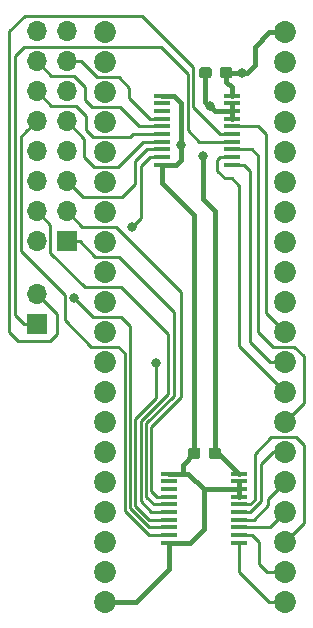
<source format=gbr>
G04 #@! TF.GenerationSoftware,KiCad,Pcbnew,(5.1.4)-1*
G04 #@! TF.CreationDate,2021-01-18T01:20:50+00:00*
G04 #@! TF.ProjectId,atari-pickup,61746172-692d-4706-9963-6b75702e6b69,rev?*
G04 #@! TF.SameCoordinates,Original*
G04 #@! TF.FileFunction,Copper,L1,Top*
G04 #@! TF.FilePolarity,Positive*
%FSLAX46Y46*%
G04 Gerber Fmt 4.6, Leading zero omitted, Abs format (unit mm)*
G04 Created by KiCad (PCBNEW (5.1.4)-1) date 2021-01-18 01:20:50*
%MOMM*%
%LPD*%
G04 APERTURE LIST*
%ADD10C,1.854200*%
%ADD11R,1.700000X1.700000*%
%ADD12O,1.700000X1.700000*%
%ADD13C,0.100000*%
%ADD14C,0.950000*%
%ADD15R,1.450000X0.450000*%
%ADD16C,0.800000*%
%ADD17C,0.400000*%
%ADD18C,0.250000*%
G04 APERTURE END LIST*
D10*
X149860000Y-55880000D03*
X149860000Y-58420000D03*
X149860000Y-60960000D03*
X149860000Y-63500000D03*
X149860000Y-66040000D03*
X149860000Y-68580000D03*
X149860000Y-71120000D03*
X149860000Y-73660000D03*
X149860000Y-76200000D03*
X149860000Y-78740000D03*
X149860000Y-81280000D03*
X149860000Y-83820000D03*
X149860000Y-86360000D03*
X149860000Y-88900000D03*
X149860000Y-91440000D03*
X149860000Y-93980000D03*
X149860000Y-96520000D03*
X149860000Y-99060000D03*
X149860000Y-101600000D03*
X149860000Y-104140000D03*
X134620000Y-104140000D03*
X134620000Y-101600000D03*
X134620000Y-99060000D03*
X134620000Y-96520000D03*
X134620000Y-93980000D03*
X134620000Y-91440000D03*
X134620000Y-88900000D03*
X134620000Y-86360000D03*
X134620000Y-83820000D03*
X134620000Y-81280000D03*
X134620000Y-76200000D03*
X134620000Y-73660000D03*
X134620000Y-71120000D03*
X134620000Y-68580000D03*
X134620000Y-66040000D03*
X134620000Y-63500000D03*
X134620000Y-60960000D03*
X134620000Y-58420000D03*
X134620000Y-55880000D03*
X134620000Y-78740000D03*
D11*
X131368800Y-73583800D03*
D12*
X128828800Y-73583800D03*
X131368800Y-71043800D03*
X128828800Y-71043800D03*
X131368800Y-68503800D03*
X128828800Y-68503800D03*
X131368800Y-65963800D03*
X128828800Y-65963800D03*
X131368800Y-63423800D03*
X128828800Y-63423800D03*
X131368800Y-60883800D03*
X128828800Y-60883800D03*
X131368800Y-58343800D03*
X128828800Y-58343800D03*
X131368800Y-55803800D03*
X128828800Y-55803800D03*
D11*
X128854200Y-80594200D03*
D12*
X128854200Y-78054200D03*
D13*
G36*
X145192379Y-58835144D02*
G01*
X145215434Y-58838563D01*
X145238043Y-58844227D01*
X145259987Y-58852079D01*
X145281057Y-58862044D01*
X145301048Y-58874026D01*
X145319768Y-58887910D01*
X145337038Y-58903562D01*
X145352690Y-58920832D01*
X145366574Y-58939552D01*
X145378556Y-58959543D01*
X145388521Y-58980613D01*
X145396373Y-59002557D01*
X145402037Y-59025166D01*
X145405456Y-59048221D01*
X145406600Y-59071500D01*
X145406600Y-59546500D01*
X145405456Y-59569779D01*
X145402037Y-59592834D01*
X145396373Y-59615443D01*
X145388521Y-59637387D01*
X145378556Y-59658457D01*
X145366574Y-59678448D01*
X145352690Y-59697168D01*
X145337038Y-59714438D01*
X145319768Y-59730090D01*
X145301048Y-59743974D01*
X145281057Y-59755956D01*
X145259987Y-59765921D01*
X145238043Y-59773773D01*
X145215434Y-59779437D01*
X145192379Y-59782856D01*
X145169100Y-59784000D01*
X144594100Y-59784000D01*
X144570821Y-59782856D01*
X144547766Y-59779437D01*
X144525157Y-59773773D01*
X144503213Y-59765921D01*
X144482143Y-59755956D01*
X144462152Y-59743974D01*
X144443432Y-59730090D01*
X144426162Y-59714438D01*
X144410510Y-59697168D01*
X144396626Y-59678448D01*
X144384644Y-59658457D01*
X144374679Y-59637387D01*
X144366827Y-59615443D01*
X144361163Y-59592834D01*
X144357744Y-59569779D01*
X144356600Y-59546500D01*
X144356600Y-59071500D01*
X144357744Y-59048221D01*
X144361163Y-59025166D01*
X144366827Y-59002557D01*
X144374679Y-58980613D01*
X144384644Y-58959543D01*
X144396626Y-58939552D01*
X144410510Y-58920832D01*
X144426162Y-58903562D01*
X144443432Y-58887910D01*
X144462152Y-58874026D01*
X144482143Y-58862044D01*
X144503213Y-58852079D01*
X144525157Y-58844227D01*
X144547766Y-58838563D01*
X144570821Y-58835144D01*
X144594100Y-58834000D01*
X145169100Y-58834000D01*
X145192379Y-58835144D01*
X145192379Y-58835144D01*
G37*
D14*
X144881600Y-59309000D03*
D13*
G36*
X143442379Y-58835144D02*
G01*
X143465434Y-58838563D01*
X143488043Y-58844227D01*
X143509987Y-58852079D01*
X143531057Y-58862044D01*
X143551048Y-58874026D01*
X143569768Y-58887910D01*
X143587038Y-58903562D01*
X143602690Y-58920832D01*
X143616574Y-58939552D01*
X143628556Y-58959543D01*
X143638521Y-58980613D01*
X143646373Y-59002557D01*
X143652037Y-59025166D01*
X143655456Y-59048221D01*
X143656600Y-59071500D01*
X143656600Y-59546500D01*
X143655456Y-59569779D01*
X143652037Y-59592834D01*
X143646373Y-59615443D01*
X143638521Y-59637387D01*
X143628556Y-59658457D01*
X143616574Y-59678448D01*
X143602690Y-59697168D01*
X143587038Y-59714438D01*
X143569768Y-59730090D01*
X143551048Y-59743974D01*
X143531057Y-59755956D01*
X143509987Y-59765921D01*
X143488043Y-59773773D01*
X143465434Y-59779437D01*
X143442379Y-59782856D01*
X143419100Y-59784000D01*
X142844100Y-59784000D01*
X142820821Y-59782856D01*
X142797766Y-59779437D01*
X142775157Y-59773773D01*
X142753213Y-59765921D01*
X142732143Y-59755956D01*
X142712152Y-59743974D01*
X142693432Y-59730090D01*
X142676162Y-59714438D01*
X142660510Y-59697168D01*
X142646626Y-59678448D01*
X142634644Y-59658457D01*
X142624679Y-59637387D01*
X142616827Y-59615443D01*
X142611163Y-59592834D01*
X142607744Y-59569779D01*
X142606600Y-59546500D01*
X142606600Y-59071500D01*
X142607744Y-59048221D01*
X142611163Y-59025166D01*
X142616827Y-59002557D01*
X142624679Y-58980613D01*
X142634644Y-58959543D01*
X142646626Y-58939552D01*
X142660510Y-58920832D01*
X142676162Y-58903562D01*
X142693432Y-58887910D01*
X142712152Y-58874026D01*
X142732143Y-58862044D01*
X142753213Y-58852079D01*
X142775157Y-58844227D01*
X142797766Y-58838563D01*
X142820821Y-58835144D01*
X142844100Y-58834000D01*
X143419100Y-58834000D01*
X143442379Y-58835144D01*
X143442379Y-58835144D01*
G37*
D14*
X143131600Y-59309000D03*
D13*
G36*
X142488579Y-91067744D02*
G01*
X142511634Y-91071163D01*
X142534243Y-91076827D01*
X142556187Y-91084679D01*
X142577257Y-91094644D01*
X142597248Y-91106626D01*
X142615968Y-91120510D01*
X142633238Y-91136162D01*
X142648890Y-91153432D01*
X142662774Y-91172152D01*
X142674756Y-91192143D01*
X142684721Y-91213213D01*
X142692573Y-91235157D01*
X142698237Y-91257766D01*
X142701656Y-91280821D01*
X142702800Y-91304100D01*
X142702800Y-91779100D01*
X142701656Y-91802379D01*
X142698237Y-91825434D01*
X142692573Y-91848043D01*
X142684721Y-91869987D01*
X142674756Y-91891057D01*
X142662774Y-91911048D01*
X142648890Y-91929768D01*
X142633238Y-91947038D01*
X142615968Y-91962690D01*
X142597248Y-91976574D01*
X142577257Y-91988556D01*
X142556187Y-91998521D01*
X142534243Y-92006373D01*
X142511634Y-92012037D01*
X142488579Y-92015456D01*
X142465300Y-92016600D01*
X141890300Y-92016600D01*
X141867021Y-92015456D01*
X141843966Y-92012037D01*
X141821357Y-92006373D01*
X141799413Y-91998521D01*
X141778343Y-91988556D01*
X141758352Y-91976574D01*
X141739632Y-91962690D01*
X141722362Y-91947038D01*
X141706710Y-91929768D01*
X141692826Y-91911048D01*
X141680844Y-91891057D01*
X141670879Y-91869987D01*
X141663027Y-91848043D01*
X141657363Y-91825434D01*
X141653944Y-91802379D01*
X141652800Y-91779100D01*
X141652800Y-91304100D01*
X141653944Y-91280821D01*
X141657363Y-91257766D01*
X141663027Y-91235157D01*
X141670879Y-91213213D01*
X141680844Y-91192143D01*
X141692826Y-91172152D01*
X141706710Y-91153432D01*
X141722362Y-91136162D01*
X141739632Y-91120510D01*
X141758352Y-91106626D01*
X141778343Y-91094644D01*
X141799413Y-91084679D01*
X141821357Y-91076827D01*
X141843966Y-91071163D01*
X141867021Y-91067744D01*
X141890300Y-91066600D01*
X142465300Y-91066600D01*
X142488579Y-91067744D01*
X142488579Y-91067744D01*
G37*
D14*
X142177800Y-91541600D03*
D13*
G36*
X144238579Y-91067744D02*
G01*
X144261634Y-91071163D01*
X144284243Y-91076827D01*
X144306187Y-91084679D01*
X144327257Y-91094644D01*
X144347248Y-91106626D01*
X144365968Y-91120510D01*
X144383238Y-91136162D01*
X144398890Y-91153432D01*
X144412774Y-91172152D01*
X144424756Y-91192143D01*
X144434721Y-91213213D01*
X144442573Y-91235157D01*
X144448237Y-91257766D01*
X144451656Y-91280821D01*
X144452800Y-91304100D01*
X144452800Y-91779100D01*
X144451656Y-91802379D01*
X144448237Y-91825434D01*
X144442573Y-91848043D01*
X144434721Y-91869987D01*
X144424756Y-91891057D01*
X144412774Y-91911048D01*
X144398890Y-91929768D01*
X144383238Y-91947038D01*
X144365968Y-91962690D01*
X144347248Y-91976574D01*
X144327257Y-91988556D01*
X144306187Y-91998521D01*
X144284243Y-92006373D01*
X144261634Y-92012037D01*
X144238579Y-92015456D01*
X144215300Y-92016600D01*
X143640300Y-92016600D01*
X143617021Y-92015456D01*
X143593966Y-92012037D01*
X143571357Y-92006373D01*
X143549413Y-91998521D01*
X143528343Y-91988556D01*
X143508352Y-91976574D01*
X143489632Y-91962690D01*
X143472362Y-91947038D01*
X143456710Y-91929768D01*
X143442826Y-91911048D01*
X143430844Y-91891057D01*
X143420879Y-91869987D01*
X143413027Y-91848043D01*
X143407363Y-91825434D01*
X143403944Y-91802379D01*
X143402800Y-91779100D01*
X143402800Y-91304100D01*
X143403944Y-91280821D01*
X143407363Y-91257766D01*
X143413027Y-91235157D01*
X143420879Y-91213213D01*
X143430844Y-91192143D01*
X143442826Y-91172152D01*
X143456710Y-91153432D01*
X143472362Y-91136162D01*
X143489632Y-91120510D01*
X143508352Y-91106626D01*
X143528343Y-91094644D01*
X143549413Y-91084679D01*
X143571357Y-91076827D01*
X143593966Y-91071163D01*
X143617021Y-91067744D01*
X143640300Y-91066600D01*
X144215300Y-91066600D01*
X144238579Y-91067744D01*
X144238579Y-91067744D01*
G37*
D14*
X143927800Y-91541600D03*
D15*
X139442400Y-61260800D03*
X139442400Y-61910800D03*
X139442400Y-62560800D03*
X139442400Y-63210800D03*
X139442400Y-63860800D03*
X139442400Y-64510800D03*
X139442400Y-65160800D03*
X139442400Y-65810800D03*
X139442400Y-66460800D03*
X139442400Y-67110800D03*
X145342400Y-67110800D03*
X145342400Y-66460800D03*
X145342400Y-65810800D03*
X145342400Y-65160800D03*
X145342400Y-64510800D03*
X145342400Y-63860800D03*
X145342400Y-63210800D03*
X145342400Y-62560800D03*
X145342400Y-61910800D03*
X145342400Y-61260800D03*
X145952000Y-93264800D03*
X145952000Y-93914800D03*
X145952000Y-94564800D03*
X145952000Y-95214800D03*
X145952000Y-95864800D03*
X145952000Y-96514800D03*
X145952000Y-97164800D03*
X145952000Y-97814800D03*
X145952000Y-98464800D03*
X145952000Y-99114800D03*
X140052000Y-99114800D03*
X140052000Y-98464800D03*
X140052000Y-97814800D03*
X140052000Y-97164800D03*
X140052000Y-96514800D03*
X140052000Y-95864800D03*
X140052000Y-95214800D03*
X140052000Y-94564800D03*
X140052000Y-93914800D03*
X140052000Y-93264800D03*
D16*
X141046200Y-65481200D03*
X143510000Y-62153800D03*
X136906000Y-72389996D03*
X132003800Y-78384400D03*
X138963400Y-83870800D03*
X146227800Y-59309000D03*
X142925800Y-66370200D03*
D17*
X145952000Y-93914800D02*
X145952000Y-95214800D01*
X142977200Y-94564800D02*
X145952000Y-94564800D01*
X141677200Y-93264800D02*
X142977200Y-94564800D01*
X142977200Y-94564800D02*
X142977200Y-97967200D01*
X141829600Y-99114800D02*
X140052000Y-99114800D01*
X142977200Y-97967200D02*
X141829600Y-99114800D01*
X141220000Y-92499400D02*
X142177800Y-91541600D01*
X141220000Y-93264800D02*
X141220000Y-92499400D01*
X141220000Y-93264800D02*
X141677200Y-93264800D01*
X140052000Y-93264800D02*
X141220000Y-93264800D01*
X145342400Y-61910800D02*
X145342400Y-63210800D01*
X143131600Y-59884000D02*
X143131600Y-59309000D01*
X143131600Y-61775400D02*
X143131600Y-59884000D01*
X145342400Y-62560800D02*
X143917000Y-62560800D01*
X143917000Y-62560800D02*
X143510000Y-62153800D01*
X140462402Y-61260800D02*
X141046200Y-61844598D01*
X139442400Y-61260800D02*
X140462402Y-61260800D01*
X141046200Y-61844598D02*
X141046200Y-65481200D01*
X140635800Y-67110800D02*
X139442400Y-67110800D01*
X141046200Y-66700400D02*
X140635800Y-67110800D01*
X134620000Y-104140000D02*
X137261600Y-104140000D01*
X140052000Y-101349600D02*
X140052000Y-99114800D01*
X137261600Y-104140000D02*
X140052000Y-101349600D01*
X142177800Y-91541600D02*
X142177800Y-71388000D01*
X139442400Y-68652600D02*
X139442400Y-67110800D01*
X142177800Y-71388000D02*
X139442400Y-68652600D01*
X141046200Y-65481200D02*
X141046200Y-66700400D01*
X143510000Y-62153800D02*
X143131600Y-61775400D01*
D18*
X136997798Y-64510800D02*
X139442400Y-64510800D01*
X136720699Y-64787899D02*
X136997798Y-64510800D01*
X130073400Y-62128400D02*
X132207000Y-62128400D01*
X128828800Y-60883800D02*
X130073400Y-62128400D01*
X132207000Y-62128400D02*
X133045200Y-62966600D01*
X133045200Y-62966600D02*
X133045200Y-64211200D01*
X133045200Y-64211200D02*
X133621899Y-64787899D01*
X133621899Y-64787899D02*
X136720699Y-64787899D01*
X137495400Y-63860800D02*
X139442400Y-63860800D01*
X135882499Y-62247899D02*
X137495400Y-63860800D01*
X133545699Y-62247899D02*
X135882499Y-62247899D01*
X132943600Y-61645800D02*
X133545699Y-62247899D01*
X132943600Y-60502800D02*
X132943600Y-61645800D01*
X132029200Y-59588400D02*
X132943600Y-60502800D01*
X130073400Y-59588400D02*
X132029200Y-59588400D01*
X128828800Y-58343800D02*
X130073400Y-59588400D01*
X138738589Y-95864800D02*
X140052000Y-95864800D01*
X138106989Y-95233200D02*
X138738589Y-95864800D01*
X138106989Y-88997231D02*
X138106989Y-95233200D01*
X132468800Y-73583800D02*
X133797101Y-74912101D01*
X131368800Y-73583800D02*
X132468800Y-73583800D01*
X133797101Y-74912101D02*
X135770501Y-74912101D01*
X135770501Y-74912101D02*
X140429409Y-79571009D01*
X140429409Y-79571009D02*
X140429409Y-86674811D01*
X140429409Y-86674811D02*
X138106989Y-88997231D01*
X137667998Y-71627998D02*
X137305999Y-71989997D01*
X137305999Y-71989997D02*
X136906000Y-72389996D01*
X137667998Y-67260202D02*
X137667998Y-71627998D01*
X138467400Y-66460800D02*
X137667998Y-67260202D01*
X139442400Y-66460800D02*
X138467400Y-66460800D01*
X139004400Y-95214800D02*
X140052000Y-95214800D01*
X138557000Y-94767400D02*
X139004400Y-95214800D01*
X132697101Y-72372101D02*
X135541901Y-72372101D01*
X131368800Y-71043800D02*
X132697101Y-72372101D01*
X135541901Y-72372101D02*
X141097000Y-77927200D01*
X141097000Y-77927200D02*
X141097000Y-86817200D01*
X141097000Y-86817200D02*
X138557000Y-89357200D01*
X138557000Y-89357200D02*
X138557000Y-94767400D01*
X139979400Y-81432400D02*
X139979400Y-86488410D01*
X132906505Y-77452101D02*
X135999101Y-77452101D01*
X139979400Y-86488410D02*
X137635410Y-88832400D01*
X135999101Y-77452101D02*
X139979400Y-81432400D01*
X128828800Y-71043800D02*
X130003801Y-72218801D01*
X139077000Y-96514800D02*
X140052000Y-96514800D01*
X137635410Y-95598410D02*
X138551800Y-96514800D01*
X137635410Y-88832400D02*
X137635410Y-95598410D01*
X130003801Y-74549397D02*
X132906505Y-77452101D01*
X138551800Y-96514800D02*
X139077000Y-96514800D01*
X130003801Y-72218801D02*
X130003801Y-74549397D01*
X138151200Y-65810800D02*
X139442400Y-65810800D01*
X137185400Y-66776600D02*
X138151200Y-65810800D01*
X137185400Y-68783200D02*
X137185400Y-66776600D01*
X136100701Y-69867899D02*
X137185400Y-68783200D01*
X131368800Y-68503800D02*
X132732899Y-69867899D01*
X132732899Y-69867899D02*
X136100701Y-69867899D01*
X140052000Y-97814800D02*
X138340400Y-97814800D01*
X138340400Y-97814800D02*
X136735389Y-96209789D01*
X136735389Y-80804589D02*
X135958693Y-80027893D01*
X133647293Y-80027893D02*
X132403799Y-78784399D01*
X135958693Y-80027893D02*
X133647293Y-80027893D01*
X136735389Y-96209789D02*
X136735389Y-80804589D01*
X132403799Y-78784399D02*
X132003800Y-78384400D01*
X138340400Y-97164800D02*
X140052000Y-97164800D01*
X137185400Y-96009800D02*
X138340400Y-97164800D01*
X137185400Y-88646000D02*
X137185400Y-96009800D01*
X138963400Y-83870800D02*
X138963400Y-86868000D01*
X138963400Y-86868000D02*
X137185400Y-88646000D01*
X138467400Y-65160800D02*
X139442400Y-65160800D01*
X132867400Y-64922400D02*
X132867400Y-66497200D01*
X131368800Y-63423800D02*
X132867400Y-64922400D01*
X132867400Y-66497200D02*
X133662301Y-67292101D01*
X133662301Y-67292101D02*
X135728689Y-67292101D01*
X135728689Y-67292101D02*
X137859990Y-65160800D01*
X137859990Y-65160800D02*
X138467400Y-65160800D01*
X127508000Y-64744600D02*
X127978801Y-64273799D01*
X127508000Y-74396600D02*
X127508000Y-64744600D01*
X131216400Y-78105000D02*
X127508000Y-74396600D01*
X138340400Y-98464800D02*
X136285378Y-96409778D01*
X127978801Y-64273799D02*
X128828800Y-63423800D01*
X140052000Y-98464800D02*
X138340400Y-98464800D01*
X131216400Y-80289400D02*
X131216400Y-78105000D01*
X136285378Y-96409778D02*
X136285378Y-83072378D01*
X136285378Y-83072378D02*
X135745101Y-82532101D01*
X135745101Y-82532101D02*
X133459101Y-82532101D01*
X133459101Y-82532101D02*
X131216400Y-80289400D01*
D17*
X144228800Y-91541600D02*
X145952000Y-93264800D01*
X143927800Y-91541600D02*
X144228800Y-91541600D01*
X144881600Y-60096400D02*
X144881600Y-59309000D01*
X145342400Y-61260800D02*
X145342400Y-60557200D01*
X145342400Y-60557200D02*
X144881600Y-60096400D01*
X143927800Y-91541600D02*
X143927800Y-71029800D01*
X149860000Y-55880000D02*
X148548883Y-55880000D01*
X148548883Y-55880000D02*
X147294600Y-57134283D01*
X147294600Y-58674000D02*
X146659600Y-59309000D01*
X147294600Y-57134283D02*
X147294600Y-58674000D01*
X146659600Y-59309000D02*
X146227800Y-59309000D01*
X146227800Y-59309000D02*
X144881600Y-59309000D01*
X143927800Y-71029800D02*
X142925800Y-70027800D01*
X142925800Y-70027800D02*
X142925800Y-66370200D01*
D18*
X141612189Y-64169000D02*
X141612189Y-59392389D01*
X141612189Y-59392389D02*
X139387699Y-57167899D01*
X139387699Y-57167899D02*
X127744101Y-57167899D01*
X127744101Y-57167899D02*
X127000000Y-57912000D01*
X127000000Y-79840000D02*
X127754200Y-80594200D01*
X127000000Y-57912000D02*
X127000000Y-79840000D01*
X142603989Y-65160800D02*
X141612189Y-64169000D01*
X145342400Y-65160800D02*
X142603989Y-65160800D01*
X127754200Y-80594200D02*
X128854200Y-80594200D01*
X126492000Y-55829200D02*
X127818701Y-54502499D01*
X126492000Y-81280000D02*
X126492000Y-55829200D01*
X127254000Y-82042000D02*
X126492000Y-81280000D01*
X128854200Y-78054200D02*
X130556000Y-79756000D01*
X142062200Y-62205600D02*
X144367400Y-64510800D01*
X127818701Y-54502499D02*
X137746427Y-54502499D01*
X137746427Y-54502499D02*
X142062200Y-58818272D01*
X142062200Y-58818272D02*
X142062200Y-62205600D01*
X144367400Y-64510800D02*
X145342400Y-64510800D01*
X127254000Y-82042000D02*
X129997200Y-82042000D01*
X130556000Y-81483200D02*
X130556000Y-79756000D01*
X129997200Y-82042000D02*
X130556000Y-81483200D01*
X131368800Y-58343800D02*
X132570881Y-58343800D01*
X136677400Y-61420800D02*
X138467400Y-63210800D01*
X138467400Y-63210800D02*
X139442400Y-63210800D01*
X136677400Y-60579000D02*
X136677400Y-61420800D01*
X135806299Y-59707899D02*
X136677400Y-60579000D01*
X133934980Y-59707899D02*
X135806299Y-59707899D01*
X132570881Y-58343800D02*
X133934980Y-59707899D01*
X149860000Y-81280000D02*
X148259800Y-79679800D01*
X148259800Y-79679800D02*
X148259800Y-64541400D01*
X147579200Y-63860800D02*
X145342400Y-63860800D01*
X148259800Y-64541400D02*
X147579200Y-63860800D01*
X146358800Y-67110800D02*
X145342400Y-67110800D01*
X146862800Y-67614800D02*
X146358800Y-67110800D01*
X146862800Y-82092800D02*
X146862800Y-67614800D01*
X149860000Y-83820000D02*
X148590000Y-83820000D01*
X148590000Y-83820000D02*
X146862800Y-82092800D01*
X145999200Y-82499200D02*
X149860000Y-86360000D01*
X145999200Y-68910200D02*
X145999200Y-82499200D01*
X144367400Y-66460800D02*
X144145000Y-66683200D01*
X145342400Y-66460800D02*
X144367400Y-66460800D01*
X144145000Y-66683200D02*
X144145000Y-67665600D01*
X144145000Y-67665600D02*
X144754600Y-68275200D01*
X144754600Y-68275200D02*
X145364200Y-68275200D01*
X145364200Y-68275200D02*
X145999200Y-68910200D01*
X147040000Y-65810800D02*
X145342400Y-65810800D01*
X147599400Y-66370200D02*
X147040000Y-65810800D01*
X151472900Y-87287100D02*
X151472900Y-83345020D01*
X149860000Y-88900000D02*
X151472900Y-87287100D01*
X151472900Y-83345020D02*
X150659981Y-82532101D01*
X150659981Y-82532101D02*
X148871821Y-82532101D01*
X148871821Y-82532101D02*
X147599400Y-81259680D01*
X147599400Y-81259680D02*
X147599400Y-66370200D01*
X148838920Y-91440000D02*
X149860000Y-91440000D01*
X147853400Y-92425520D02*
X148838920Y-91440000D01*
X147853400Y-95588400D02*
X147853400Y-92425520D01*
X146927000Y-96514800D02*
X147853400Y-95588400D01*
X145952000Y-96514800D02*
X146927000Y-96514800D01*
X148463000Y-95377000D02*
X149860000Y-93980000D01*
X148463000Y-95935800D02*
X148463000Y-95377000D01*
X145952000Y-97164800D02*
X147234000Y-97164800D01*
X147234000Y-97164800D02*
X148463000Y-95935800D01*
X148565200Y-97814800D02*
X149860000Y-96520000D01*
X145952000Y-97814800D02*
X148565200Y-97814800D01*
X146927000Y-95864800D02*
X145952000Y-95864800D01*
X147320000Y-95471800D02*
X146927000Y-95864800D01*
X151460200Y-97459800D02*
X151460200Y-90881200D01*
X149860000Y-99060000D02*
X151460200Y-97459800D01*
X151460200Y-90881200D02*
X150766899Y-90187899D01*
X150766899Y-90187899D02*
X148699101Y-90187899D01*
X148699101Y-90187899D02*
X147320000Y-91567000D01*
X147320000Y-91567000D02*
X147320000Y-95471800D01*
X147080400Y-98464800D02*
X145952000Y-98464800D01*
X147675600Y-99060000D02*
X147080400Y-98464800D01*
X147675600Y-100939600D02*
X147675600Y-99060000D01*
X149860000Y-101600000D02*
X148336000Y-101600000D01*
X148336000Y-101600000D02*
X147675600Y-100939600D01*
X149860000Y-104140000D02*
X148513800Y-104140000D01*
X145952000Y-101578200D02*
X145952000Y-99114800D01*
X148513800Y-104140000D02*
X145952000Y-101578200D01*
M02*

</source>
